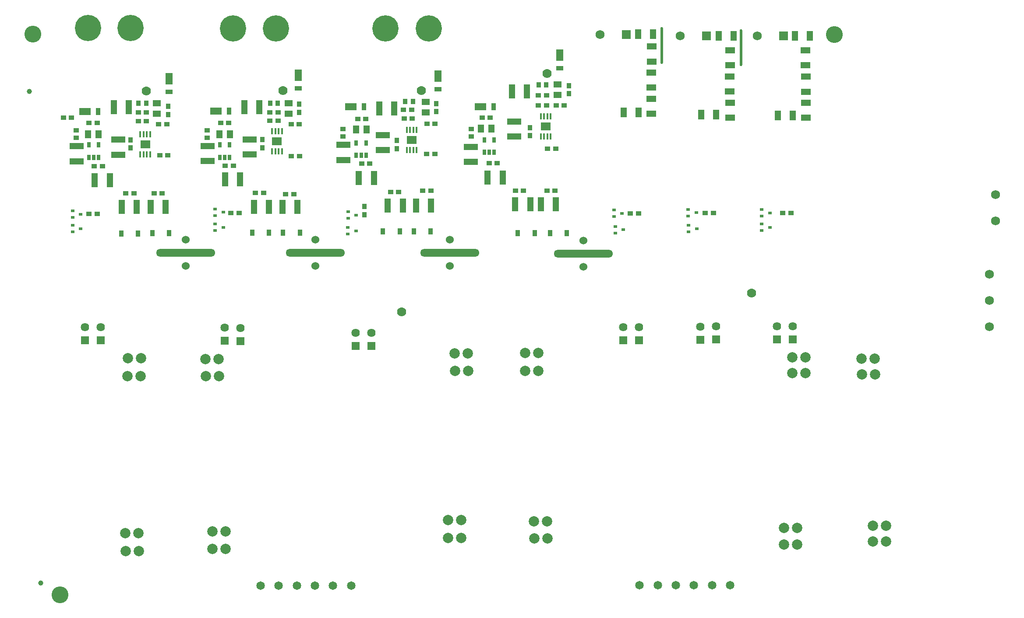
<source format=gbr>
%TF.GenerationSoftware,KiCad,Pcbnew,(5.99.0-10177-gd878cbddbc)*%
%TF.CreationDate,2021-05-13T16:43:48+02:00*%
%TF.ProjectId,PowerMeterDeng,506f7765-724d-4657-9465-7244656e672e,rev?*%
%TF.SameCoordinates,Original*%
%TF.FileFunction,Soldermask,Bot*%
%TF.FilePolarity,Negative*%
%FSLAX46Y46*%
G04 Gerber Fmt 4.6, Leading zero omitted, Abs format (unit mm)*
G04 Created by KiCad (PCBNEW (5.99.0-10177-gd878cbddbc)) date 2021-05-13 16:43:48*
%MOMM*%
%LPD*%
G01*
G04 APERTURE LIST*
%ADD10R,1.625600X1.625600*%
%ADD11C,1.625600*%
%ADD12C,1.651000*%
%ADD13C,5.080000*%
%ADD14C,1.778000*%
%ADD15O,0.508000X7.162800*%
%ADD16C,2.000000*%
%ADD17O,11.430000X1.498600*%
%ADD18C,3.251200*%
%ADD19R,1.727200X1.727200*%
%ADD20C,1.727200*%
%ADD21C,1.524000*%
%ADD22C,1.752600*%
%ADD23R,1.828800X1.295400*%
%ADD24R,0.990600X0.939800*%
%ADD25R,1.295400X1.828800*%
%ADD26R,0.914400X1.219200*%
%ADD27R,0.787400X0.584200*%
%ADD28R,2.692400X1.295400*%
%ADD29R,1.600200X1.270000*%
%ADD30R,1.295400X2.692400*%
%ADD31R,0.635000X1.092200*%
%ADD32R,1.397000X2.184400*%
%ADD33R,1.397000X0.889000*%
%ADD34R,2.184400X1.397000*%
%ADD35R,0.889000X1.397000*%
%ADD36R,0.939800X0.990600*%
%ADD37R,1.270000X1.600200*%
%ADD38R,0.381000X1.270000*%
%ADD39R,1.905000X1.524000*%
%ADD40C,0.990600*%
G04 APERTURE END LIST*
D10*
%TO.C,J26*%
X228432200Y-81534000D03*
D11*
X228432200Y-78994000D03*
%TD*%
D12*
%TO.C,J8*%
X125538695Y-129226300D03*
X129038698Y-129226300D03*
X132538699Y-129226300D03*
X136038700Y-129226300D03*
X139538700Y-129226300D03*
X143038701Y-129226300D03*
%TD*%
D10*
%TO.C,J27*%
X225384200Y-81508600D03*
D11*
X225384200Y-78968600D03*
%TD*%
D13*
%TO.C,TP7*%
X149666800Y-21336000D03*
%TD*%
D14*
%TO.C,TP16*%
X180898800Y-30022800D03*
%TD*%
D13*
%TO.C,TP8*%
X158048800Y-21336000D03*
%TD*%
D15*
%TO.C,*%
X218399200Y-25069800D03*
%TD*%
D16*
%TO.C,TP29*%
X230886000Y-88061800D03*
X228346000Y-88061800D03*
%TD*%
D10*
%TO.C,J20*%
X146923600Y-82778600D03*
D11*
X146923600Y-80238600D03*
%TD*%
D14*
%TO.C,TP17*%
X220472000Y-72542400D03*
%TD*%
D10*
%TO.C,J21*%
X143875600Y-82778600D03*
D11*
X143875600Y-80238600D03*
%TD*%
D16*
%TO.C,TP21*%
X165684800Y-87602200D03*
X163144800Y-87602200D03*
%TD*%
%TO.C,TP15*%
X99364800Y-119049200D03*
X101904800Y-119049200D03*
%TD*%
D17*
%TO.C,*%
X111058800Y-64770000D03*
%TD*%
D18*
%TO.C,MH2*%
X86741000Y-130987800D03*
%TD*%
D16*
%TO.C,TP33*%
X229260400Y-117982700D03*
X226720400Y-117982700D03*
%TD*%
D18*
%TO.C,MH3*%
X236433200Y-22529800D03*
%TD*%
D19*
%TO.C,J15*%
X211693600Y-22758400D03*
D20*
X206613600Y-22758400D03*
%TD*%
D16*
%TO.C,TP22*%
X161740599Y-116456000D03*
X164280599Y-116456000D03*
%TD*%
%TO.C,TP23*%
X164324198Y-119986600D03*
X161784198Y-119986600D03*
%TD*%
D10*
%TO.C,J11*%
X91602400Y-81737200D03*
D11*
X91602400Y-79197200D03*
%TD*%
D18*
%TO.C,MH1*%
X81493200Y-22402800D03*
%TD*%
D16*
%TO.C,TP35*%
X243916200Y-120624900D03*
X246456200Y-120624900D03*
%TD*%
D12*
%TO.C,J29*%
X198801195Y-129082800D03*
X202301198Y-129082800D03*
X205801199Y-129082800D03*
X209301200Y-129082800D03*
X212801200Y-129082800D03*
X216301201Y-129082800D03*
%TD*%
D13*
%TO.C,TP5*%
X128534000Y-21336000D03*
%TD*%
D10*
%TO.C,J18*%
X121599800Y-81838800D03*
D11*
X121599800Y-79298800D03*
%TD*%
D16*
%TO.C,TP53*%
X118719600Y-118668800D03*
X116179600Y-118668800D03*
%TD*%
D17*
%TO.C,*%
X136077800Y-64770000D03*
%TD*%
D10*
%TO.C,J22*%
X198688800Y-81661000D03*
D11*
X198688800Y-79121000D03*
%TD*%
D16*
%TO.C,TP31*%
X241706400Y-85293200D03*
X244246400Y-85293200D03*
%TD*%
D10*
%TO.C,J23*%
X195615400Y-81686400D03*
D11*
X195615400Y-79146400D03*
%TD*%
D10*
%TO.C,J25*%
X210550600Y-81584800D03*
D11*
X210550600Y-79044800D03*
%TD*%
D16*
%TO.C,TP52*%
X118795800Y-122097800D03*
X116255800Y-122097800D03*
%TD*%
D14*
%TO.C,TP6*%
X129829400Y-33324800D03*
%TD*%
D21*
%TO.C,C51*%
X187944600Y-67437000D03*
X187944600Y-62357000D03*
%TD*%
D15*
%TO.C,*%
X203108400Y-24638000D03*
%TD*%
D21*
%TO.C,C7*%
X111058800Y-67310000D03*
X111058800Y-62230000D03*
%TD*%
D16*
%TO.C,TP26*%
X178402999Y-116710000D03*
X180942999Y-116710000D03*
%TD*%
D10*
%TO.C,J10*%
X94650400Y-81686400D03*
D11*
X94650400Y-79146400D03*
%TD*%
D10*
%TO.C,J19*%
X118577200Y-81813400D03*
D11*
X118577200Y-79273400D03*
%TD*%
D16*
%TO.C,TP11*%
X102412800Y-85191600D03*
X99872800Y-85191600D03*
%TD*%
%TO.C,TP28*%
X228346000Y-84963000D03*
X230886000Y-84963000D03*
%TD*%
D14*
%TO.C,TP9*%
X152816400Y-76225400D03*
%TD*%
D10*
%TO.C,J24*%
X213598600Y-81559400D03*
D11*
X213598600Y-79019400D03*
%TD*%
D16*
%TO.C,TP20*%
X163043200Y-84198600D03*
X165583200Y-84198600D03*
%TD*%
D14*
%TO.C,TP10*%
X156575600Y-33350200D03*
%TD*%
D16*
%TO.C,TP24*%
X176632200Y-84147800D03*
X179172200Y-84147800D03*
%TD*%
%TO.C,TP51*%
X114909600Y-88646000D03*
X117449600Y-88646000D03*
%TD*%
D22*
%TO.C,J30*%
X266395200Y-68884800D03*
X266395200Y-73964800D03*
X266395200Y-79044800D03*
%TD*%
D13*
%TO.C,TP4*%
X120202800Y-21336000D03*
%TD*%
D16*
%TO.C,TP30*%
X244297200Y-88341200D03*
X241757200Y-88341200D03*
%TD*%
D13*
%TO.C,TP1*%
X92135800Y-21209000D03*
%TD*%
D17*
%TO.C,*%
X187944600Y-64897000D03*
%TD*%
D14*
%TO.C,TP3*%
X103438800Y-33401000D03*
%TD*%
D13*
%TO.C,TP2*%
X100390800Y-21209000D03*
%TD*%
D22*
%TO.C,J17*%
X267563600Y-58623200D03*
X267563600Y-53543200D03*
%TD*%
D19*
%TO.C,J16*%
X226603400Y-22758400D03*
D20*
X221523400Y-22758400D03*
%TD*%
D19*
%TO.C,J14*%
X196225000Y-22555200D03*
D20*
X191145000Y-22555200D03*
%TD*%
D16*
%TO.C,TP32*%
X229209600Y-121208800D03*
X226669600Y-121208800D03*
%TD*%
D17*
%TO.C,*%
X162112800Y-64770000D03*
%TD*%
D16*
%TO.C,TP27*%
X180968399Y-120062800D03*
X178428399Y-120062800D03*
%TD*%
%TO.C,TP12*%
X99822000Y-88646000D03*
X102362000Y-88646000D03*
%TD*%
%TO.C,TP34*%
X243865400Y-117602000D03*
X246405400Y-117602000D03*
%TD*%
%TO.C,TP50*%
X114858800Y-85344000D03*
X117398800Y-85344000D03*
%TD*%
D21*
%TO.C,C15*%
X136077800Y-67310000D03*
X136077800Y-62230000D03*
%TD*%
D16*
%TO.C,TP13*%
X101955600Y-122504200D03*
X99415600Y-122504200D03*
%TD*%
%TO.C,TP25*%
X176708400Y-87602200D03*
X179248400Y-87602200D03*
%TD*%
D21*
%TO.C,C26*%
X162112800Y-67310000D03*
X162112800Y-62230000D03*
%TD*%
D23*
%TO.C,R67*%
X201101800Y-24841200D03*
X201101800Y-27736800D03*
%TD*%
%TO.C,R90*%
X230870600Y-25577800D03*
X230870600Y-28473400D03*
%TD*%
D24*
%TO.C,C150*%
X93380400Y-48006000D03*
X94955200Y-48006000D03*
%TD*%
D25*
%TO.C,FB9*%
X198485600Y-22402800D03*
X201381200Y-22402800D03*
%TD*%
D26*
%TO.C,D39*%
X123885800Y-60883800D03*
X127137000Y-60883800D03*
%TD*%
D27*
%TO.C,D19*%
X194091400Y-60934600D03*
X194091400Y-59664600D03*
X195666200Y-60299600D03*
%TD*%
D24*
%TO.C,C120*%
X144307400Y-38862000D03*
X145882200Y-38862000D03*
%TD*%
%TO.C,C125*%
X130388200Y-53441600D03*
X131963000Y-53441600D03*
%TD*%
%TO.C,R104*%
X103464200Y-37592000D03*
X101889400Y-37592000D03*
%TD*%
%TO.C,R101*%
X133019800Y-39878000D03*
X131445000Y-39878000D03*
%TD*%
D28*
%TO.C,C121*%
X141538800Y-46786800D03*
X141538800Y-43891200D03*
%TD*%
D26*
%TO.C,D45*%
X98612800Y-61010800D03*
X101864000Y-61010800D03*
%TD*%
D25*
%TO.C,FB11*%
X214055800Y-22783800D03*
X216951400Y-22783800D03*
%TD*%
D27*
%TO.C,D35*%
X142427800Y-58115200D03*
X142427800Y-56845200D03*
X144002600Y-57480200D03*
%TD*%
D24*
%TO.C,R52*%
X197012400Y-57124600D03*
X198587200Y-57124600D03*
%TD*%
D29*
%TO.C,C126*%
X130921600Y-37820600D03*
X130921600Y-35788600D03*
%TD*%
D24*
%TO.C,R103*%
X107416600Y-39878000D03*
X105841800Y-39878000D03*
%TD*%
%TO.C,C109*%
X156880400Y-52705000D03*
X158455200Y-52705000D03*
%TD*%
%TO.C,C118*%
X145069400Y-47498000D03*
X146644200Y-47498000D03*
%TD*%
D23*
%TO.C,R81*%
X216265600Y-35712400D03*
X216265600Y-38608000D03*
%TD*%
D28*
%TO.C,C116*%
X149158800Y-41986200D03*
X149158800Y-44881800D03*
%TD*%
D23*
%TO.C,R91*%
X230921400Y-30683200D03*
X230921400Y-33578800D03*
%TD*%
D30*
%TO.C,C73*%
X179715000Y-55397400D03*
X182610600Y-55397400D03*
%TD*%
D24*
%TO.C,C136*%
X117815200Y-39624000D03*
X119390000Y-39624000D03*
%TD*%
D23*
%TO.C,R68*%
X201076400Y-29845000D03*
X201076400Y-32740600D03*
%TD*%
D24*
%TO.C,C134*%
X118704200Y-47955200D03*
X120279000Y-47955200D03*
%TD*%
D31*
%TO.C,U16*%
X170672600Y-45288200D03*
X169732800Y-45288200D03*
X168793000Y-45288200D03*
X168793000Y-42900600D03*
X170672600Y-42900600D03*
%TD*%
D30*
%TO.C,C82*%
X172323600Y-50190400D03*
X169428000Y-50190400D03*
%TD*%
D32*
%TO.C,D44*%
X107848400Y-31038800D03*
D33*
X107848400Y-33578800D03*
%TD*%
D24*
%TO.C,C140*%
X107594400Y-45872400D03*
X106019600Y-45872400D03*
%TD*%
%TO.C,C80*%
X174787400Y-52730400D03*
X176362200Y-52730400D03*
%TD*%
%TO.C,C74*%
X182585200Y-44602400D03*
X181010400Y-44602400D03*
%TD*%
D30*
%TO.C,C131*%
X122361800Y-36550600D03*
X125257400Y-36550600D03*
%TD*%
D28*
%TO.C,C153*%
X89976800Y-47040800D03*
X89976800Y-44145200D03*
%TD*%
D34*
%TO.C,D46*%
X91592400Y-37388800D03*
D35*
X94132400Y-37388800D03*
%TD*%
D30*
%TO.C,C128*%
X124266800Y-55854600D03*
X127162400Y-55854600D03*
%TD*%
D24*
%TO.C,C141*%
X104937400Y-53213000D03*
X106512200Y-53213000D03*
%TD*%
%TO.C,C127*%
X128915000Y-39217600D03*
X127340200Y-39217600D03*
%TD*%
D36*
%TO.C,C122*%
X132953600Y-36017200D03*
X132953600Y-37592000D03*
%TD*%
D29*
%TO.C,C142*%
X105470800Y-37846000D03*
X105470800Y-35814000D03*
%TD*%
D28*
%TO.C,C81*%
X174558800Y-39344600D03*
X174558800Y-42240200D03*
%TD*%
D30*
%TO.C,C147*%
X97129600Y-36576000D03*
X100025200Y-36576000D03*
%TD*%
D24*
%TO.C,R95*%
X180807200Y-34315400D03*
X179232400Y-34315400D03*
%TD*%
%TO.C,C152*%
X92364400Y-39624000D03*
X93939200Y-39624000D03*
%TD*%
D30*
%TO.C,C149*%
X96377600Y-50673000D03*
X93482000Y-50673000D03*
%TD*%
D37*
%TO.C,C119*%
X145983800Y-40894000D03*
X143951800Y-40894000D03*
%TD*%
D26*
%TO.C,D21*%
X181493000Y-60934600D03*
X184744200Y-60934600D03*
%TD*%
D27*
%TO.C,D41*%
X116748400Y-57531000D03*
X116748400Y-56261000D03*
X118323200Y-56896000D03*
%TD*%
D36*
%TO.C,C114*%
X151825800Y-44602400D03*
X151825800Y-43027600D03*
%TD*%
D25*
%TO.C,FB12*%
X228813200Y-22758400D03*
X231708800Y-22758400D03*
%TD*%
D30*
%TO.C,C123*%
X129727800Y-55854600D03*
X132623400Y-55854600D03*
%TD*%
D36*
%TO.C,FB17*%
X153502200Y-35433000D03*
X154975400Y-35433000D03*
%TD*%
D29*
%TO.C,C72*%
X182940800Y-34188400D03*
X182940800Y-32156400D03*
%TD*%
D27*
%TO.C,D18*%
X208188400Y-57632600D03*
X208188400Y-56362600D03*
X209763200Y-56997600D03*
%TD*%
D23*
%TO.C,R80*%
X216240200Y-30632400D03*
X216240200Y-33528000D03*
%TD*%
D37*
%TO.C,C84*%
X170164600Y-40741600D03*
X168132600Y-40741600D03*
%TD*%
D30*
%TO.C,C139*%
X104277000Y-55880000D03*
X107172600Y-55880000D03*
%TD*%
D36*
%TO.C,C78*%
X177606800Y-42087800D03*
X177606800Y-40513000D03*
%TD*%
D32*
%TO.C,D31*%
X159816800Y-30530800D03*
D33*
X159816800Y-33070800D03*
%TD*%
D27*
%TO.C,D16*%
X222412400Y-60477400D03*
X222412400Y-59207400D03*
X223987200Y-59842400D03*
%TD*%
D24*
%TO.C,C145*%
X99476400Y-53213000D03*
X101051200Y-53213000D03*
%TD*%
%TO.C,FB20*%
X115199000Y-42494200D03*
X115199000Y-41021000D03*
%TD*%
D34*
%TO.C,D24*%
X168056400Y-36474400D03*
D35*
X170596400Y-36474400D03*
%TD*%
D36*
%TO.C,FB21*%
X101940200Y-35814000D03*
X103413400Y-35814000D03*
%TD*%
D24*
%TO.C,FB18*%
X141411800Y-42265600D03*
X141411800Y-40792400D03*
%TD*%
D30*
%TO.C,C144*%
X98689000Y-55880000D03*
X101584600Y-55880000D03*
%TD*%
D31*
%TO.C,U20*%
X145907600Y-45897800D03*
X144967800Y-45897800D03*
X144028000Y-45897800D03*
X144028000Y-43510200D03*
X145907600Y-43510200D03*
%TD*%
D23*
%TO.C,R79*%
X216265600Y-25527000D03*
X216265600Y-28422600D03*
%TD*%
D24*
%TO.C,R105*%
X87401400Y-38608000D03*
X88976200Y-38608000D03*
%TD*%
%TO.C,C107*%
X159217200Y-45593000D03*
X157642400Y-45593000D03*
%TD*%
D23*
%TO.C,R69*%
X201076400Y-34950400D03*
X201076400Y-37846000D03*
%TD*%
D36*
%TO.C,FB19*%
X127391000Y-35788600D03*
X128864200Y-35788600D03*
%TD*%
D28*
%TO.C,C137*%
X115300600Y-47015400D03*
X115300600Y-44119800D03*
%TD*%
D26*
%TO.C,D32*%
X155153200Y-60579000D03*
X158404400Y-60579000D03*
%TD*%
%TO.C,D23*%
X175270000Y-60985400D03*
X178521200Y-60985400D03*
%TD*%
D24*
%TO.C,C129*%
X124546200Y-53187600D03*
X126121000Y-53187600D03*
%TD*%
D25*
%TO.C,R70*%
X198587200Y-37566600D03*
X195691600Y-37566600D03*
%TD*%
D24*
%TO.C,FB22*%
X89849800Y-42519600D03*
X89849800Y-41046400D03*
%TD*%
D27*
%TO.C,D17*%
X208264600Y-60706000D03*
X208264600Y-59436000D03*
X209839400Y-60071000D03*
%TD*%
D24*
%TO.C,C113*%
X150657400Y-52959000D03*
X152232200Y-52959000D03*
%TD*%
D30*
%TO.C,C115*%
X148473000Y-36855400D03*
X151368600Y-36855400D03*
%TD*%
D24*
%TO.C,C83*%
X169707400Y-47396400D03*
X171282200Y-47396400D03*
%TD*%
D36*
%TO.C,FB13*%
X179283200Y-32283400D03*
X180756400Y-32283400D03*
%TD*%
D34*
%TO.C,D34*%
X143002000Y-36525200D03*
D35*
X145542000Y-36525200D03*
%TD*%
D38*
%TO.C,U21*%
X127711200Y-41224200D03*
X128371600Y-41224200D03*
X129006600Y-41224200D03*
X129641600Y-41224200D03*
X129641600Y-45110400D03*
X129006600Y-45110400D03*
X128371600Y-45110400D03*
X127711200Y-45110400D03*
D39*
X128676400Y-43180000D03*
%TD*%
D31*
%TO.C,U22*%
X119542400Y-46278800D03*
X118602600Y-46278800D03*
X117662800Y-46278800D03*
X117662800Y-43891200D03*
X119542400Y-43891200D03*
%TD*%
D40*
%TO.C,FID5*%
X83007200Y-128727200D03*
%TD*%
D24*
%TO.C,C75*%
X180883400Y-52730400D03*
X182458200Y-52730400D03*
%TD*%
D26*
%TO.C,D37*%
X129880200Y-60858400D03*
X133131400Y-60858400D03*
%TD*%
D37*
%TO.C,C151*%
X94167800Y-41783000D03*
X92135800Y-41783000D03*
%TD*%
D24*
%TO.C,C111*%
X154848400Y-38785800D03*
X153273600Y-38785800D03*
%TD*%
D38*
%TO.C,U19*%
X153781600Y-40970200D03*
X154442000Y-40970200D03*
X155077000Y-40970200D03*
X155712000Y-40970200D03*
X155712000Y-44856400D03*
X155077000Y-44856400D03*
X154442000Y-44856400D03*
X153781600Y-44856400D03*
D39*
X154746800Y-42926000D03*
%TD*%
D38*
%TO.C,U23*%
X102260400Y-41833800D03*
X102920800Y-41833800D03*
X103555800Y-41833800D03*
X104190800Y-41833800D03*
X104190800Y-45720000D03*
X103555800Y-45720000D03*
X102920800Y-45720000D03*
X102260400Y-45720000D03*
D39*
X103225600Y-43789600D03*
%TD*%
D30*
%TO.C,C79*%
X174127000Y-33553400D03*
X177022600Y-33553400D03*
%TD*%
D24*
%TO.C,R102*%
X128915000Y-37566600D03*
X127340200Y-37566600D03*
%TD*%
D29*
%TO.C,C110*%
X157439200Y-37566600D03*
X157439200Y-35534600D03*
%TD*%
D36*
%TO.C,C138*%
X107696000Y-36423600D03*
X107696000Y-37998400D03*
%TD*%
D28*
%TO.C,C132*%
X123428600Y-42849800D03*
X123428600Y-45745400D03*
%TD*%
D32*
%TO.C,D38*%
X132791200Y-30378400D03*
D33*
X132791200Y-32918400D03*
%TD*%
D37*
%TO.C,C135*%
X119618600Y-41783000D03*
X117586600Y-41783000D03*
%TD*%
D36*
%TO.C,R47*%
X145577400Y-57378600D03*
X145577400Y-55803800D03*
%TD*%
D40*
%TO.C,FID6*%
X80832800Y-33528000D03*
%TD*%
D26*
%TO.C,D33*%
X149184200Y-60579000D03*
X152435400Y-60579000D03*
%TD*%
D30*
%TO.C,C77*%
X174762000Y-55397400D03*
X177657600Y-55397400D03*
%TD*%
D24*
%TO.C,R44*%
X119771000Y-57073800D03*
X121345800Y-57073800D03*
%TD*%
D32*
%TO.C,D22*%
X183337200Y-26517600D03*
D33*
X183337200Y-29057600D03*
%TD*%
D27*
%TO.C,D47*%
X89189400Y-57912000D03*
X89189400Y-56642000D03*
X90764200Y-57277000D03*
%TD*%
D36*
%TO.C,C106*%
X159496600Y-35864800D03*
X159496600Y-37439600D03*
%TD*%
D30*
%TO.C,C112*%
X150124000Y-55626000D03*
X153019600Y-55626000D03*
%TD*%
%TO.C,C108*%
X155585000Y-55626000D03*
X158480600Y-55626000D03*
%TD*%
%TO.C,C133*%
X121574400Y-50520600D03*
X118678800Y-50520600D03*
%TD*%
D38*
%TO.C,U15*%
X179689600Y-38328600D03*
X180350000Y-38328600D03*
X180985000Y-38328600D03*
X181620000Y-38328600D03*
X181620000Y-42214800D03*
X180985000Y-42214800D03*
X180350000Y-42214800D03*
X179689600Y-42214800D03*
D39*
X180654800Y-40284400D03*
%TD*%
D24*
%TO.C,C143*%
X103464200Y-39243000D03*
X101889400Y-39243000D03*
%TD*%
%TO.C,R99*%
X159268000Y-39827200D03*
X157693200Y-39827200D03*
%TD*%
D36*
%TO.C,C71*%
X185099800Y-32385000D03*
X185099800Y-33959800D03*
%TD*%
D27*
%TO.C,D20*%
X193837400Y-57759600D03*
X193837400Y-56489600D03*
X195412200Y-57124600D03*
%TD*%
D24*
%TO.C,C85*%
X168361200Y-38582600D03*
X169936000Y-38582600D03*
%TD*%
%TO.C,C124*%
X133070600Y-46024800D03*
X131495800Y-46024800D03*
%TD*%
D26*
%TO.C,D43*%
X104581800Y-60960000D03*
X107833000Y-60960000D03*
%TD*%
D27*
%TO.C,D15*%
X222412400Y-57658000D03*
X222412400Y-56388000D03*
X223987200Y-57023000D03*
%TD*%
%TO.C,D36*%
X142402400Y-61163200D03*
X142402400Y-59893200D03*
X143977200Y-60528200D03*
%TD*%
%TO.C,D42*%
X116748400Y-60452000D03*
X116748400Y-59182000D03*
X118323200Y-59817000D03*
%TD*%
D30*
%TO.C,C117*%
X147431600Y-50292000D03*
X144536000Y-50292000D03*
%TD*%
D31*
%TO.C,U24*%
X94218600Y-46278800D03*
X93278800Y-46278800D03*
X92339000Y-46278800D03*
X92339000Y-43891200D03*
X94218600Y-43891200D03*
%TD*%
D24*
%TO.C,C76*%
X179232400Y-36220400D03*
X180807200Y-36220400D03*
%TD*%
D28*
%TO.C,C86*%
X166176800Y-47193200D03*
X166176800Y-44297600D03*
%TD*%
D36*
%TO.C,C146*%
X100390800Y-44475400D03*
X100390800Y-42900600D03*
%TD*%
D24*
%TO.C,R97*%
X211465000Y-57023000D03*
X213039800Y-57023000D03*
%TD*%
D23*
%TO.C,R92*%
X230921400Y-35712400D03*
X230921400Y-38608000D03*
%TD*%
D24*
%TO.C,R107*%
X226476400Y-57048400D03*
X228051200Y-57048400D03*
%TD*%
D28*
%TO.C,C148*%
X97977800Y-42875200D03*
X97977800Y-45770800D03*
%TD*%
D24*
%TO.C,R100*%
X154746800Y-37058600D03*
X153172000Y-37058600D03*
%TD*%
D25*
%TO.C,R93*%
X228422200Y-38201600D03*
X225526600Y-38201600D03*
%TD*%
D27*
%TO.C,D48*%
X89189400Y-60706000D03*
X89189400Y-59436000D03*
X90764200Y-60071000D03*
%TD*%
D34*
%TO.C,D40*%
X116890800Y-37338000D03*
D35*
X119430800Y-37338000D03*
%TD*%
D24*
%TO.C,R94*%
X184236200Y-36220400D03*
X182661400Y-36220400D03*
%TD*%
%TO.C,R39*%
X92339000Y-57251600D03*
X93913800Y-57251600D03*
%TD*%
%TO.C,FB14*%
X166227600Y-42240200D03*
X166227600Y-40767000D03*
%TD*%
D36*
%TO.C,C130*%
X125841600Y-44450000D03*
X125841600Y-42875200D03*
%TD*%
D25*
%TO.C,R82*%
X213624000Y-37998400D03*
X210728400Y-37998400D03*
%TD*%
M02*

</source>
